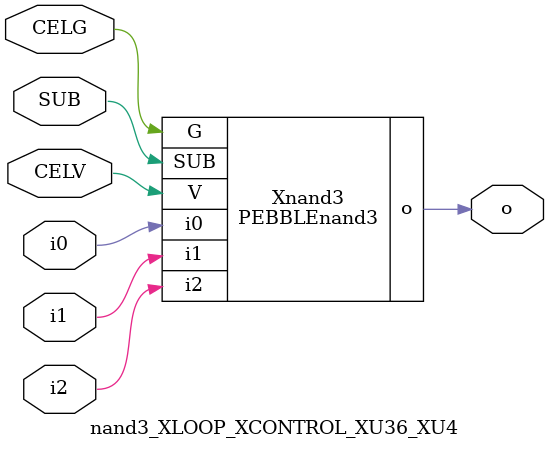
<source format=v>



module PEBBLEnand3 ( o, G, SUB, V, i0, i1, i2 );

  input i0;
  input V;
  input i2;
  input i1;
  input G;
  output o;
  input SUB;
endmodule

//Celera Confidential Do Not Copy nand3_XLOOP_XCONTROL_XU36_XU4
//Celera Confidential Symbol Generator
//5V Inverter
module nand3_XLOOP_XCONTROL_XU36_XU4 (CELV,CELG,i0,i1,i2,o,SUB);
input CELV;
input CELG;
input i0;
input i1;
input i2;
input SUB;
output o;

//Celera Confidential Do Not Copy nand3
PEBBLEnand3 Xnand3(
.V (CELV),
.i0 (i0),
.i1 (i1),
.i2 (i2),
.o (o),
.SUB (SUB),
.G (CELG)
);
//,diesize,PEBBLEnand3

//Celera Confidential Do Not Copy Module End
//Celera Schematic Generator
endmodule

</source>
